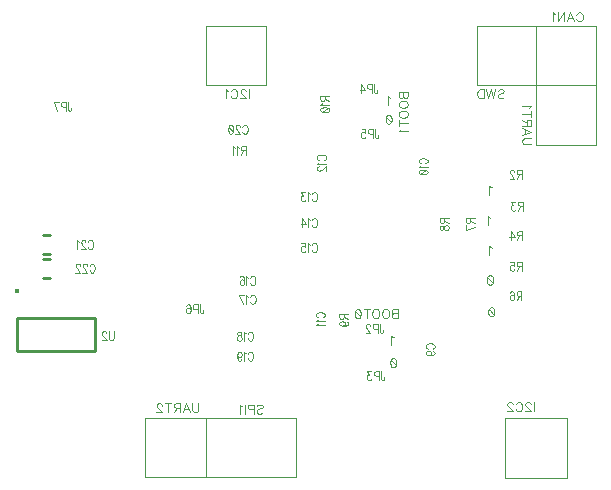
<source format=gbr>
G04 DipTrace 3.2.0.1*
G04 Íèæíÿÿìàðêèðîâêà.gbr*
%MOMM*%
G04 #@! TF.FileFunction,Legend,Bot*
G04 #@! TF.Part,Single*
%ADD10C,0.25*%
%ADD24C,0.05*%
%ADD43O,0.39124X0.39193*%
%ADD91C,0.11765*%
%FSLAX35Y35*%
G04*
G71*
G90*
G75*
G01*
G04 BotSilk*
%LPD*%
X1272080Y3213920D2*
D10*
X1331920D1*
X1272080Y3054080D2*
X1331920D1*
X1272080Y3013920D2*
X1331920D1*
X1272080Y2854080D2*
X1331920D1*
D43*
X1054644Y2740694D3*
X1052004Y2513999D2*
D10*
X1711972D1*
X1052004Y2234001D2*
X1711972D1*
Y2513999D2*
Y2234001D1*
X1052004Y2513999D2*
Y2234001D1*
X2660000Y4990000D2*
D24*
X3160000D1*
Y4490000D1*
X2660000D1*
Y4990000D1*
X4950000D2*
X5450000D1*
Y4490000D1*
X4950000D1*
Y4990000D1*
X5450000Y4490000D2*
X5960000D1*
Y3980000D1*
X5450000D1*
Y4490000D1*
X5190000Y1670000D2*
X5710000D1*
Y1160000D1*
X5190000D1*
Y1670000D1*
X2660000D2*
X3420000D1*
Y1170000D1*
X2660000D1*
Y1670000D1*
X2140000D2*
X2660000D1*
Y1170000D1*
X2140000D1*
Y1670000D1*
X5450000Y4990000D2*
X5960000D1*
Y4490000D1*
X5450000D1*
Y4990000D1*
X4533602Y2255514D2*
D91*
X4526358Y2258412D1*
X4519030Y2264274D1*
X4515408Y2270070D1*
Y2281727D1*
X4519030Y2287589D1*
X4526358Y2293385D1*
X4533602Y2296349D1*
X4544552Y2299247D1*
X4562830D1*
X4573696Y2296349D1*
X4581024Y2293384D1*
X4588268Y2287589D1*
X4591974Y2281727D1*
Y2270069D1*
X4588268Y2264274D1*
X4581024Y2258412D1*
X4573696Y2255514D1*
X4540930Y2198753D2*
X4551880Y2201718D1*
X4559208Y2207513D1*
X4562830Y2216273D1*
Y2219171D1*
X4559208Y2227931D1*
X4551880Y2233726D1*
X4540930Y2236691D1*
X4537308D1*
X4526358Y2233726D1*
X4519114Y2227931D1*
X4515492Y2219171D1*
Y2216273D1*
X4519114Y2207513D1*
X4526358Y2201718D1*
X4540930Y2198753D1*
X4559208D1*
X4577402Y2201718D1*
X4588352Y2207513D1*
X4591974Y2216273D1*
Y2222068D1*
X4588352Y2230828D1*
X4581024Y2233726D1*
X4473602Y3823686D2*
X4466358Y3826584D1*
X4459030Y3832446D1*
X4455408Y3838241D1*
Y3849899D1*
X4459030Y3855761D1*
X4466358Y3861556D1*
X4473602Y3864521D1*
X4484552Y3867419D1*
X4502830D1*
X4513696Y3864521D1*
X4521024Y3861556D1*
X4528268Y3855761D1*
X4531974Y3849899D1*
Y3838241D1*
X4528268Y3832446D1*
X4521024Y3826584D1*
X4513696Y3823686D1*
X4470064Y3804863D2*
X4466358Y3799000D1*
X4455492Y3790240D1*
X4531974D1*
X4455492Y3753897D2*
X4459114Y3762657D1*
X4470064Y3768519D1*
X4488258Y3771417D1*
X4499208D1*
X4517402Y3768519D1*
X4528352Y3762657D1*
X4531974Y3753897D1*
Y3748102D1*
X4528352Y3739342D1*
X4517402Y3733547D1*
X4499208Y3730582D1*
X4488258D1*
X4470064Y3733547D1*
X4459114Y3739342D1*
X4455492Y3748102D1*
Y3753897D1*
X4470064Y3733547D2*
X4517402Y3768519D1*
X3603602Y2520580D2*
X3596358Y2523477D1*
X3589030Y2529340D1*
X3585408Y2535135D1*
Y2546792D1*
X3589030Y2552655D1*
X3596358Y2558450D1*
X3603602Y2561415D1*
X3614552Y2564312D1*
X3632830D1*
X3643696Y2561415D1*
X3651024Y2558450D1*
X3658268Y2552655D1*
X3661974Y2546792D1*
Y2535135D1*
X3658268Y2529340D1*
X3651024Y2523477D1*
X3643696Y2520580D1*
X3600064Y2501756D2*
X3596358Y2495894D1*
X3585492Y2487134D1*
X3661974D1*
X3600064Y2468310D2*
X3596358Y2462448D1*
X3585492Y2453688D1*
X3661974D1*
X3613604Y3853689D2*
X3606360Y3856587D1*
X3599032Y3862449D1*
X3595410Y3868245D1*
Y3879902D1*
X3599032Y3885765D1*
X3606360Y3891560D1*
X3613604Y3894525D1*
X3624554Y3897422D1*
X3642832D1*
X3653697Y3894524D1*
X3661026Y3891560D1*
X3668269Y3885764D1*
X3671976Y3879902D1*
Y3868244D1*
X3668269Y3862449D1*
X3661026Y3856587D1*
X3653698Y3853689D1*
X3610066Y3834866D2*
X3606360Y3829004D1*
X3595494Y3820244D1*
X3671976Y3820243D1*
X3613688Y3798455D2*
X3610066D1*
X3602738Y3795558D1*
X3599116Y3792660D1*
X3595494Y3786798D1*
Y3775140D1*
X3599116Y3769345D1*
X3602738Y3766448D1*
X3610066Y3763483D1*
X3617310D1*
X3624638Y3766448D1*
X3635504Y3772243D1*
X3671976Y3801420D1*
X3671975Y3760585D1*
X3551686Y3562398D2*
X3554584Y3569642D1*
X3560446Y3576970D1*
X3566241Y3580592D1*
X3577899D1*
X3583761Y3576970D1*
X3589556Y3569642D1*
X3592521Y3562398D1*
X3595419Y3551448D1*
Y3533170D1*
X3592521Y3522304D1*
X3589556Y3514976D1*
X3583761Y3507732D1*
X3577899Y3504026D1*
X3566241D1*
X3560446Y3507732D1*
X3554584Y3514976D1*
X3551686Y3522304D1*
X3532862Y3565936D2*
X3527000Y3569642D1*
X3518240Y3580508D1*
Y3504026D1*
X3493554Y3580508D2*
X3461546D1*
X3478999Y3551364D1*
X3470239D1*
X3464444Y3547742D1*
X3461546Y3544120D1*
X3458581Y3533170D1*
Y3525926D1*
X3461546Y3514976D1*
X3467341Y3507648D1*
X3476101Y3504026D1*
X3484861D1*
X3493554Y3507648D1*
X3496452Y3511354D1*
X3499416Y3518598D1*
X3553135Y3342398D2*
X3556032Y3349642D1*
X3561895Y3356970D1*
X3567690Y3360592D1*
X3579347D1*
X3585210Y3356970D1*
X3591005Y3349642D1*
X3593970Y3342398D1*
X3596867Y3331448D1*
Y3313170D1*
X3593970Y3302304D1*
X3591005Y3294976D1*
X3585210Y3287732D1*
X3579347Y3284026D1*
X3567690D1*
X3561895Y3287732D1*
X3556032Y3294976D1*
X3553135Y3302304D1*
X3534311Y3345936D2*
X3528449Y3349642D1*
X3519689Y3360508D1*
Y3284026D1*
X3471688D2*
Y3360508D1*
X3500865Y3309548D1*
X3457133D1*
X3551686Y3132398D2*
X3554584Y3139642D1*
X3560446Y3146970D1*
X3566241Y3150592D1*
X3577899D1*
X3583761Y3146970D1*
X3589556Y3139642D1*
X3592521Y3132398D1*
X3595419Y3121448D1*
Y3103170D1*
X3592521Y3092304D1*
X3589556Y3084976D1*
X3583761Y3077732D1*
X3577899Y3074026D1*
X3566241D1*
X3560446Y3077732D1*
X3554584Y3084976D1*
X3551686Y3092304D1*
X3532862Y3135936D2*
X3527000Y3139642D1*
X3518240Y3150508D1*
Y3074026D1*
X3464444Y3150508D2*
X3493554D1*
X3496452Y3117742D1*
X3493554Y3121364D1*
X3484794Y3125070D1*
X3476101D1*
X3467341Y3121364D1*
X3461479Y3114120D1*
X3458581Y3103170D1*
Y3095926D1*
X3461479Y3084976D1*
X3467341Y3077648D1*
X3476101Y3074026D1*
X3484794D1*
X3493554Y3077648D1*
X3496452Y3081354D1*
X3499416Y3088598D1*
X3030204Y2852398D2*
X3033101Y2859642D1*
X3038964Y2866970D1*
X3044759Y2870592D1*
X3056416D1*
X3062279Y2866970D1*
X3068074Y2859642D1*
X3071039Y2852398D1*
X3073936Y2841448D1*
Y2823170D1*
X3071039Y2812304D1*
X3068074Y2804976D1*
X3062279Y2797732D1*
X3056416Y2794026D1*
X3044759D1*
X3038964Y2797732D1*
X3033101Y2804976D1*
X3030204Y2812304D1*
X3011380Y2855936D2*
X3005518Y2859642D1*
X2996758Y2870508D1*
Y2794026D1*
X2942961Y2859642D2*
X2945859Y2866886D1*
X2954619Y2870508D1*
X2960414D1*
X2969174Y2866886D1*
X2975036Y2855936D1*
X2977934Y2837742D1*
Y2819548D1*
X2975036Y2804976D1*
X2969174Y2797648D1*
X2960414Y2794026D1*
X2957516D1*
X2948824Y2797648D1*
X2942961Y2804976D1*
X2940064Y2815926D1*
Y2819548D1*
X2942961Y2830498D1*
X2948824Y2837742D1*
X2957516Y2841364D1*
X2960414D1*
X2969174Y2837742D1*
X2975036Y2830498D1*
X2977934Y2819548D1*
X3031686Y2692398D2*
X3034584Y2699642D1*
X3040446Y2706970D1*
X3046241Y2710592D1*
X3057899D1*
X3063761Y2706970D1*
X3069556Y2699642D1*
X3072521Y2692398D1*
X3075419Y2681448D1*
Y2663170D1*
X3072521Y2652304D1*
X3069556Y2644976D1*
X3063761Y2637732D1*
X3057899Y2634026D1*
X3046241D1*
X3040446Y2637732D1*
X3034584Y2644976D1*
X3031686Y2652304D1*
X3012862Y2695936D2*
X3007000Y2699642D1*
X2998240Y2710508D1*
Y2634026D1*
X2967759D2*
X2938581Y2710508D1*
X2979416D1*
X3011652Y2382398D2*
X3014550Y2389642D1*
X3020412Y2396970D1*
X3026207Y2400592D1*
X3037865D1*
X3043727Y2396970D1*
X3049522Y2389642D1*
X3052487Y2382398D1*
X3055385Y2371448D1*
Y2353170D1*
X3052487Y2342304D1*
X3049522Y2334976D1*
X3043727Y2327732D1*
X3037865Y2324026D1*
X3026207D1*
X3020412Y2327732D1*
X3014550Y2334976D1*
X3011652Y2342304D1*
X2992829Y2385936D2*
X2986966Y2389642D1*
X2978206Y2400508D1*
Y2324026D1*
X2944828Y2400508D2*
X2953520Y2396886D1*
X2956485Y2389642D1*
Y2382314D1*
X2953520Y2375070D1*
X2947725Y2371364D1*
X2936068Y2367742D1*
X2927308Y2364120D1*
X2921513Y2356792D1*
X2918615Y2349548D1*
Y2338598D1*
X2921513Y2331354D1*
X2924410Y2327648D1*
X2933170Y2324026D1*
X2944828D1*
X2953520Y2327648D1*
X2956485Y2331354D1*
X2959383Y2338598D1*
Y2349548D1*
X2956485Y2356792D1*
X2950623Y2364120D1*
X2941930Y2367742D1*
X2930273Y2371364D1*
X2924410Y2375070D1*
X2921513Y2382314D1*
Y2389642D1*
X2924410Y2396886D1*
X2933170Y2400508D1*
X2944828D1*
X3010237Y2212398D2*
X3013135Y2219642D1*
X3018997Y2226970D1*
X3024792Y2230592D1*
X3036450D1*
X3042312Y2226970D1*
X3048107Y2219642D1*
X3051072Y2212398D1*
X3053970Y2201448D1*
Y2183170D1*
X3051072Y2172304D1*
X3048107Y2164976D1*
X3042312Y2157732D1*
X3036450Y2154026D1*
X3024792D1*
X3018997Y2157732D1*
X3013135Y2164976D1*
X3010237Y2172304D1*
X2991414Y2215936D2*
X2985551Y2219642D1*
X2976791Y2230508D1*
Y2154026D1*
X2920030Y2205070D2*
X2922995Y2194120D1*
X2928790Y2186792D1*
X2937550Y2183170D1*
X2940448D1*
X2949208Y2186792D1*
X2955003Y2194120D1*
X2957968Y2205070D1*
Y2208692D1*
X2955003Y2219642D1*
X2949208Y2226886D1*
X2940448Y2230508D1*
X2937550D1*
X2928790Y2226886D1*
X2922995Y2219642D1*
X2920030Y2205070D1*
Y2186792D1*
X2922995Y2168598D1*
X2928790Y2157648D1*
X2937550Y2154026D1*
X2943345D1*
X2952105Y2157648D1*
X2955003Y2164976D1*
X2964792Y4132398D2*
X2967690Y4139642D1*
X2973552Y4146970D1*
X2979347Y4150592D1*
X2991005D1*
X2996867Y4146970D1*
X3002662Y4139642D1*
X3005627Y4132398D1*
X3008525Y4121448D1*
Y4103170D1*
X3005627Y4092304D1*
X3002662Y4084976D1*
X2996867Y4077732D1*
X2991005Y4074026D1*
X2979347D1*
X2973552Y4077732D1*
X2967690Y4084976D1*
X2964792Y4092304D1*
X2943004Y4132314D2*
Y4135936D1*
X2940106Y4143264D1*
X2937209Y4146886D1*
X2931346Y4150508D1*
X2919689D1*
X2913894Y4146886D1*
X2910996Y4143264D1*
X2908031Y4135936D1*
Y4128692D1*
X2910996Y4121364D1*
X2916791Y4110498D1*
X2945969Y4074026D1*
X2905134D1*
X2868790Y4150508D2*
X2877550Y4146886D1*
X2883413Y4135936D1*
X2886310Y4117742D1*
Y4106792D1*
X2883413Y4088598D1*
X2877550Y4077648D1*
X2868790Y4074026D1*
X2862995D1*
X2854235Y4077648D1*
X2848440Y4088598D1*
X2845475Y4106792D1*
Y4117742D1*
X2848440Y4135936D1*
X2854235Y4146886D1*
X2862995Y4150508D1*
X2868790D1*
X2848440Y4135936D2*
X2883413Y4088598D1*
X1656686Y3157398D2*
X1659584Y3164642D1*
X1665446Y3171970D1*
X1671241Y3175592D1*
X1682899D1*
X1688761Y3171970D1*
X1694556Y3164642D1*
X1697521Y3157398D1*
X1700419Y3146448D1*
Y3128170D1*
X1697521Y3117304D1*
X1694556Y3109976D1*
X1688761Y3102732D1*
X1682899Y3099026D1*
X1671241D1*
X1665446Y3102732D1*
X1659584Y3109976D1*
X1656686Y3117304D1*
X1634898Y3157314D2*
Y3160936D1*
X1632000Y3168264D1*
X1629102Y3171886D1*
X1623240Y3175508D1*
X1611582D1*
X1605787Y3171886D1*
X1602890Y3168264D1*
X1599925Y3160936D1*
Y3153692D1*
X1602890Y3146364D1*
X1608685Y3135498D1*
X1637862Y3099026D1*
X1597027D1*
X1578204Y3160936D2*
X1572341Y3164642D1*
X1563581Y3175508D1*
Y3099026D1*
X1669792Y2957398D2*
X1672690Y2964642D1*
X1678552Y2971970D1*
X1684347Y2975592D1*
X1696005D1*
X1701867Y2971970D1*
X1707662Y2964642D1*
X1710627Y2957398D1*
X1713525Y2946448D1*
Y2928170D1*
X1710627Y2917304D1*
X1707662Y2909976D1*
X1701867Y2902732D1*
X1696005Y2899026D1*
X1684347D1*
X1678552Y2902732D1*
X1672690Y2909976D1*
X1669792Y2917304D1*
X1648004Y2957314D2*
Y2960936D1*
X1645106Y2968264D1*
X1642209Y2971886D1*
X1636346Y2975508D1*
X1624689D1*
X1618894Y2971886D1*
X1615996Y2968264D1*
X1613031Y2960936D1*
Y2953692D1*
X1615996Y2946364D1*
X1621791Y2935498D1*
X1650969Y2899026D1*
X1610134D1*
X1588345Y2957314D2*
Y2960936D1*
X1585448Y2968264D1*
X1582550Y2971886D1*
X1576688Y2975508D1*
X1565030D1*
X1559235Y2971886D1*
X1556338Y2968264D1*
X1553373Y2960936D1*
Y2953692D1*
X1556338Y2946364D1*
X1562133Y2935498D1*
X1591310Y2899026D1*
X1550475D1*
X4127070Y2465592D2*
Y2407304D1*
X4129967Y2396354D1*
X4132932Y2392732D1*
X4138727Y2389026D1*
X4144590D1*
X4150385Y2392732D1*
X4153282Y2396354D1*
X4156247Y2407304D1*
Y2414548D1*
X4108246Y2425498D2*
X4081966D1*
X4073274Y2429120D1*
X4070309Y2432826D1*
X4067411Y2440070D1*
Y2451020D1*
X4070309Y2458264D1*
X4073274Y2461970D1*
X4081966Y2465592D1*
X4108246D1*
Y2389026D1*
X4045623Y2447314D2*
Y2450936D1*
X4042725Y2458264D1*
X4039828Y2461886D1*
X4033965Y2465508D1*
X4022308D1*
X4016513Y2461886D1*
X4013615Y2458264D1*
X4010650Y2450936D1*
Y2443692D1*
X4013615Y2436364D1*
X4019410Y2425498D1*
X4048588Y2389026D1*
X4007753D1*
X4137070Y2065592D2*
Y2007304D1*
X4139967Y1996354D1*
X4142932Y1992732D1*
X4148727Y1989026D1*
X4154590D1*
X4160385Y1992732D1*
X4163282Y1996354D1*
X4166247Y2007304D1*
Y2014548D1*
X4118246Y2025498D2*
X4091966D1*
X4083274Y2029120D1*
X4080309Y2032826D1*
X4077411Y2040070D1*
Y2051020D1*
X4080309Y2058264D1*
X4083274Y2061970D1*
X4091966Y2065592D1*
X4118246D1*
Y1989026D1*
X4052725Y2065508D2*
X4020718D1*
X4038170Y2036364D1*
X4029410D1*
X4023615Y2032742D1*
X4020718Y2029120D1*
X4017753Y2018170D1*
Y2010926D1*
X4020718Y1999976D1*
X4026513Y1992648D1*
X4035273Y1989026D1*
X4044033D1*
X4052725Y1992648D1*
X4055623Y1996354D1*
X4058588Y2003598D1*
X4078519Y4495592D2*
Y4437304D1*
X4081416Y4426354D1*
X4084381Y4422732D1*
X4090176Y4419026D1*
X4096039D1*
X4101834Y4422732D1*
X4104731Y4426354D1*
X4107696Y4437304D1*
Y4444548D1*
X4059695Y4455498D2*
X4033415D1*
X4024722Y4459120D1*
X4021758Y4462826D1*
X4018860Y4470070D1*
Y4481020D1*
X4021758Y4488264D1*
X4024722Y4491970D1*
X4033415Y4495592D1*
X4059695D1*
Y4419026D1*
X3970859D2*
Y4495508D1*
X4000036Y4444548D1*
X3956304D1*
X4087070Y4115592D2*
Y4057304D1*
X4089967Y4046354D1*
X4092932Y4042732D1*
X4098727Y4039026D1*
X4104590D1*
X4110385Y4042732D1*
X4113282Y4046354D1*
X4116247Y4057304D1*
Y4064548D1*
X4068246Y4075498D2*
X4041966D1*
X4033274Y4079120D1*
X4030309Y4082826D1*
X4027411Y4090070D1*
Y4101020D1*
X4030309Y4108264D1*
X4033274Y4111970D1*
X4041966Y4115592D1*
X4068246D1*
Y4039026D1*
X3973615Y4115508D2*
X4002725D1*
X4005623Y4082742D1*
X4002725Y4086364D1*
X3993965Y4090070D1*
X3985273D1*
X3976513Y4086364D1*
X3970650Y4079120D1*
X3967753Y4068170D1*
Y4060926D1*
X3970650Y4049976D1*
X3976513Y4042648D1*
X3985273Y4039026D1*
X3993965D1*
X4002725Y4042648D1*
X4005623Y4046354D1*
X4008588Y4053598D1*
X2603587Y2631592D2*
Y2573304D1*
X2606485Y2562354D1*
X2609450Y2558732D1*
X2615245Y2555026D1*
X2621107D1*
X2626902Y2558732D1*
X2629800Y2562354D1*
X2632765Y2573304D1*
Y2580548D1*
X2584764Y2591498D2*
X2558484D1*
X2549791Y2595120D1*
X2546826Y2598826D1*
X2543929Y2606070D1*
Y2617020D1*
X2546826Y2624264D1*
X2549791Y2627970D1*
X2558484Y2631592D1*
X2584764D1*
Y2555026D1*
X2490133Y2620642D2*
X2493030Y2627886D1*
X2501790Y2631508D1*
X2507585D1*
X2516345Y2627886D1*
X2522208Y2616936D1*
X2525105Y2598742D1*
Y2580548D1*
X2522208Y2565976D1*
X2516345Y2558648D1*
X2507585Y2555026D1*
X2504688D1*
X2495995Y2558648D1*
X2490133Y2565976D1*
X2487235Y2576926D1*
Y2580548D1*
X2490133Y2591498D1*
X2495995Y2598742D1*
X2504688Y2602364D1*
X2507585D1*
X2516345Y2598742D1*
X2522208Y2591498D1*
X2525105Y2580548D1*
X1487070Y4345594D2*
Y4287306D1*
X1489967Y4276356D1*
X1492932Y4272734D1*
X1498727Y4269028D1*
X1504590D1*
X1510385Y4272734D1*
X1513282Y4276356D1*
X1516247Y4287306D1*
Y4294550D1*
X1468246Y4305500D2*
X1441966D1*
X1433274Y4309122D1*
X1430309Y4312828D1*
X1427411Y4320072D1*
Y4331022D1*
X1430309Y4338266D1*
X1433274Y4341972D1*
X1441966Y4345594D1*
X1468246D1*
Y4269028D1*
X1396930D2*
X1367753Y4345509D1*
X1408588D1*
X5327247Y3734120D2*
X5301034D1*
X5292274Y3737826D1*
X5289309Y3741448D1*
X5286412Y3748692D1*
Y3756020D1*
X5289309Y3763264D1*
X5292274Y3766970D1*
X5301034Y3770592D1*
X5327247D1*
Y3694026D1*
X5306829Y3734120D2*
X5286412Y3694026D1*
X5264623Y3752314D2*
Y3755936D1*
X5261726Y3763264D1*
X5258828Y3766886D1*
X5252966Y3770508D1*
X5241308D1*
X5235513Y3766886D1*
X5232616Y3763264D1*
X5229651Y3755936D1*
Y3748692D1*
X5232616Y3741364D1*
X5238411Y3730498D1*
X5267588Y3694026D1*
X5226753D1*
X5337247Y3464120D2*
X5311034D1*
X5302274Y3467826D1*
X5299309Y3471448D1*
X5296412Y3478692D1*
Y3486020D1*
X5299309Y3493264D1*
X5302274Y3496970D1*
X5311034Y3500592D1*
X5337247D1*
Y3424026D1*
X5316829Y3464120D2*
X5296412Y3424026D1*
X5271726Y3500508D2*
X5239718D1*
X5257171Y3471364D1*
X5248411D1*
X5242616Y3467742D1*
X5239718Y3464120D1*
X5236753Y3453170D1*
Y3445926D1*
X5239718Y3434976D1*
X5245513Y3427648D1*
X5254273Y3424026D1*
X5263033D1*
X5271726Y3427648D1*
X5274623Y3431354D1*
X5277588Y3438598D1*
X5328696Y3214120D2*
X5302483D1*
X5293723Y3217826D1*
X5290758Y3221448D1*
X5287861Y3228692D1*
Y3236020D1*
X5290758Y3243264D1*
X5293723Y3246970D1*
X5302483Y3250592D1*
X5328696D1*
Y3174026D1*
X5308278Y3214120D2*
X5287861Y3174026D1*
X5239859D2*
Y3250508D1*
X5269037Y3199548D1*
X5225304D1*
X5327247Y2954120D2*
X5301034D1*
X5292274Y2957826D1*
X5289309Y2961448D1*
X5286412Y2968692D1*
Y2976020D1*
X5289309Y2983264D1*
X5292274Y2986970D1*
X5301034Y2990592D1*
X5327247D1*
Y2914026D1*
X5306829Y2954120D2*
X5286412Y2914026D1*
X5232616Y2990508D2*
X5261726D1*
X5264623Y2957742D1*
X5261726Y2961364D1*
X5252966Y2965070D1*
X5244273D1*
X5235513Y2961364D1*
X5229651Y2954120D1*
X5226753Y2943170D1*
Y2935926D1*
X5229651Y2924976D1*
X5235513Y2917648D1*
X5244273Y2914026D1*
X5252966D1*
X5261726Y2917648D1*
X5264623Y2921354D1*
X5267588Y2928598D1*
X5325764Y2704120D2*
X5299552D1*
X5290792Y2707826D1*
X5287827Y2711448D1*
X5284929Y2718692D1*
Y2726020D1*
X5287827Y2733264D1*
X5290792Y2736970D1*
X5299552Y2740592D1*
X5325764D1*
Y2664026D1*
X5305347Y2704120D2*
X5284929Y2664026D1*
X5231133Y2729642D2*
X5234031Y2736886D1*
X5242791Y2740508D1*
X5248586D1*
X5257346Y2736886D1*
X5263208Y2725936D1*
X5266106Y2707742D1*
Y2689548D1*
X5263208Y2674976D1*
X5257346Y2667648D1*
X5248586Y2664026D1*
X5245688D1*
X5236996Y2667648D1*
X5231133Y2674976D1*
X5228236Y2685926D1*
Y2689548D1*
X5231133Y2700498D1*
X5236996Y2707742D1*
X5245688Y2711364D1*
X5248586D1*
X5257346Y2707742D1*
X5263208Y2700498D1*
X5266106Y2689548D1*
X4891880Y3359247D2*
Y3333034D1*
X4888174Y3324274D1*
X4884552Y3321310D1*
X4877308Y3318412D1*
X4869980D1*
X4862736Y3321310D1*
X4859030Y3324274D1*
X4855408Y3333034D1*
Y3359247D1*
X4931974D1*
X4891880Y3338829D2*
X4931974Y3318412D1*
Y3287931D2*
X4855492Y3258753D1*
Y3299589D1*
X4671880Y3359213D2*
Y3333001D1*
X4668174Y3324241D1*
X4664552Y3321276D1*
X4657308Y3318378D1*
X4649980D1*
X4642736Y3321276D1*
X4639030Y3324241D1*
X4635408Y3333001D1*
Y3359213D1*
X4711974D1*
X4671880Y3338796D2*
X4711974Y3318378D1*
X4635492Y3285000D2*
X4639114Y3293692D1*
X4646358Y3296657D1*
X4653686D1*
X4660930Y3293692D1*
X4664636Y3287897D1*
X4668258Y3276240D1*
X4671880Y3267480D1*
X4679208Y3261685D1*
X4686452Y3258787D1*
X4697402D1*
X4704646Y3261685D1*
X4708352Y3264582D1*
X4711974Y3273342D1*
Y3285000D1*
X4708352Y3293692D1*
X4704646Y3296657D1*
X4697402Y3299555D1*
X4686452D1*
X4679208Y3296657D1*
X4671880Y3290795D1*
X4668258Y3282102D1*
X4664636Y3270445D1*
X4660930Y3264582D1*
X4653686Y3261685D1*
X4646358D1*
X4639114Y3264582D1*
X4635492Y3273342D1*
Y3285000D1*
X3821880Y2547798D2*
Y2521586D1*
X3818174Y2512826D1*
X3814552Y2509861D1*
X3807308Y2506963D1*
X3799980D1*
X3792736Y2509861D1*
X3789030Y2512826D1*
X3785408Y2521586D1*
Y2547798D1*
X3861974D1*
X3821880Y2527381D2*
X3861974Y2506963D1*
X3810930Y2450202D2*
X3821880Y2453167D1*
X3829208Y2458962D1*
X3832830Y2467722D1*
Y2470620D1*
X3829208Y2479380D1*
X3821880Y2485175D1*
X3810930Y2488140D1*
X3807308D1*
X3796358Y2485175D1*
X3789114Y2479380D1*
X3785492Y2470620D1*
Y2467722D1*
X3789114Y2458962D1*
X3796358Y2453167D1*
X3810930Y2450202D1*
X3829208D1*
X3847402Y2453167D1*
X3858352Y2458962D1*
X3861974Y2467722D1*
Y2473517D1*
X3858352Y2482277D1*
X3851024Y2485175D1*
X3659880Y4391970D2*
Y4365757D1*
X3656174Y4356997D1*
X3652552Y4354032D1*
X3645308Y4351135D1*
X3637980D1*
X3630736Y4354032D1*
X3627030Y4356997D1*
X3623408Y4365757D1*
Y4391970D1*
X3699974D1*
X3659880Y4371552D2*
X3699974Y4351135D1*
X3638064Y4332311D2*
X3634358Y4326449D1*
X3623492Y4317689D1*
X3699974D1*
X3623492Y4281346D2*
X3627114Y4290106D1*
X3638064Y4295968D1*
X3656258Y4298865D1*
X3667208D1*
X3685402Y4295968D1*
X3696352Y4290105D1*
X3699974Y4281345D1*
Y4275550D1*
X3696352Y4266790D1*
X3685402Y4260995D1*
X3667208Y4258030D1*
X3656258D1*
X3638064Y4260995D1*
X3627114Y4266790D1*
X3623492Y4275550D1*
Y4281346D1*
X3638064Y4260995D2*
X3685402Y4295968D1*
X2990864Y3934120D2*
X2964651D1*
X2955891Y3937826D1*
X2952926Y3941448D1*
X2950028Y3948692D1*
Y3956020D1*
X2952926Y3963264D1*
X2955891Y3966970D1*
X2964651Y3970592D1*
X2990864D1*
Y3894026D1*
X2970446Y3934120D2*
X2950028Y3894026D1*
X2931205Y3955936D2*
X2925342Y3959642D1*
X2916582Y3970508D1*
Y3894026D1*
X2897759Y3955936D2*
X2891896Y3959642D1*
X2883136Y3970508D1*
Y3894026D1*
X1873774Y2403092D2*
Y2348426D1*
X1870876Y2337476D1*
X1865014Y2330232D1*
X1856254Y2326526D1*
X1850458D1*
X1841698Y2330232D1*
X1835836Y2337476D1*
X1832938Y2348426D1*
Y2403092D1*
X1811150Y2384814D2*
Y2388436D1*
X1808252Y2395764D1*
X1805355Y2399386D1*
X1799492Y2403008D1*
X1787835D1*
X1782040Y2399386D1*
X1779142Y2395764D1*
X1776177Y2388436D1*
Y2381192D1*
X1779142Y2373864D1*
X1784937Y2362998D1*
X1814115Y2326526D1*
X1773280D1*
X5125516Y4441005D2*
X5132759Y4448333D1*
X5143709Y4451955D1*
X5158281D1*
X5169231Y4448333D1*
X5176559Y4441005D1*
Y4433761D1*
X5172853Y4426433D1*
X5169231Y4422811D1*
X5161987Y4419189D1*
X5140087Y4411861D1*
X5132759Y4408239D1*
X5129137Y4404533D1*
X5125516Y4397289D1*
Y4386339D1*
X5132759Y4379095D1*
X5143709Y4375389D1*
X5158281D1*
X5169231Y4379095D1*
X5176559Y4386339D1*
X5101986Y4451955D2*
X5083708Y4375389D1*
X5065514Y4451955D1*
X5047320Y4375389D1*
X5029042Y4451955D1*
X5005513D2*
Y4375389D1*
X4979991D1*
X4969041Y4379095D1*
X4961713Y4386339D1*
X4958091Y4393667D1*
X4954469Y4404533D1*
Y4422811D1*
X4958091Y4433761D1*
X4961713Y4441005D1*
X4969041Y4448333D1*
X4979991Y4451955D1*
X5005513D1*
X3019045D2*
Y4375389D1*
X2991809Y4433677D2*
Y4437299D1*
X2988187Y4444627D1*
X2984566Y4448249D1*
X2977237Y4451871D1*
X2962666D1*
X2955422Y4448249D1*
X2951800Y4444627D1*
X2948094Y4437299D1*
Y4430055D1*
X2951800Y4422727D1*
X2959044Y4411861D1*
X2995516Y4375389D1*
X2944472D1*
X2866277Y4433761D2*
X2869898Y4441005D1*
X2877227Y4448333D1*
X2884470Y4451955D1*
X2899042D1*
X2906370Y4448333D1*
X2913614Y4441005D1*
X2917320Y4433761D1*
X2920942Y4422811D1*
Y4404533D1*
X2917320Y4393667D1*
X2913614Y4386339D1*
X2906370Y4379095D1*
X2899042Y4375389D1*
X2884470D1*
X2877227Y4379095D1*
X2869898Y4386339D1*
X2866277Y4393667D1*
X2842747Y4437299D2*
X2835419Y4441005D1*
X2824469Y4451871D1*
Y4375389D1*
X5792751Y5083761D2*
X5796373Y5091005D1*
X5803701Y5098333D1*
X5810945Y5101955D1*
X5825517D1*
X5832845Y5098333D1*
X5840089Y5091005D1*
X5843795Y5083761D1*
X5847417Y5072811D1*
Y5054533D1*
X5843795Y5043667D1*
X5840089Y5036339D1*
X5832845Y5029095D1*
X5825517Y5025389D1*
X5810945D1*
X5803701Y5029095D1*
X5796373Y5036339D1*
X5792751Y5043667D1*
X5710850Y5025389D2*
X5740078Y5101955D1*
X5769222Y5025389D1*
X5758272Y5050911D2*
X5721800D1*
X5636277Y5101955D2*
Y5025389D1*
X5687320Y5101955D1*
Y5025389D1*
X5612747Y5087299D2*
X5605419Y5091005D1*
X5594469Y5101871D1*
Y5025389D1*
X5409292Y3987132D2*
X5354626D1*
X5343676Y3990754D1*
X5336432Y3998082D1*
X5332726Y4009032D1*
Y4016276D1*
X5336432Y4027226D1*
X5343676Y4034554D1*
X5354626Y4038176D1*
X5409292D1*
X5332726Y4120077D2*
X5409291Y4090849D1*
X5332726Y4061705D1*
X5358248Y4072655D2*
Y4109127D1*
X5372820Y4143606D2*
Y4176372D1*
X5376526Y4187322D1*
X5380148Y4191028D1*
X5387391Y4194650D1*
X5394720D1*
X5401963Y4191028D1*
X5405670Y4187322D1*
X5409291Y4176372D1*
Y4143606D1*
X5332726D1*
X5372820Y4169128D2*
X5332726Y4194650D1*
X5409291Y4243701D2*
X5332726Y4243702D1*
X5409291Y4218179D2*
X5409292Y4269223D1*
X5394635Y4292753D2*
X5398342Y4300081D1*
X5409207Y4311031D1*
X5332726D1*
X5431811Y1801955D2*
Y1725389D1*
X5404575Y1783677D2*
Y1787299D1*
X5400953Y1794627D1*
X5397331Y1798249D1*
X5390003Y1801871D1*
X5375431D1*
X5368187Y1798249D1*
X5364566Y1794627D1*
X5360859Y1787299D1*
Y1780055D1*
X5364566Y1772727D1*
X5371809Y1761861D1*
X5408281Y1725389D1*
X5357237D1*
X5279042Y1783761D2*
X5282664Y1791005D1*
X5289992Y1798333D1*
X5297236Y1801955D1*
X5311808D1*
X5319136Y1798333D1*
X5326380Y1791005D1*
X5330086Y1783761D1*
X5333708Y1772811D1*
Y1754533D1*
X5330086Y1743667D1*
X5326380Y1736339D1*
X5319136Y1729095D1*
X5311808Y1725389D1*
X5297236D1*
X5289992Y1729095D1*
X5282664Y1736339D1*
X5279042Y1743667D1*
X5251807Y1783677D2*
Y1787299D1*
X5248185Y1794627D1*
X5244563Y1798249D1*
X5237235Y1801871D1*
X5222663D1*
X5215419Y1798249D1*
X5211797Y1794627D1*
X5208091Y1787299D1*
Y1780055D1*
X5211797Y1772727D1*
X5219041Y1761861D1*
X5255513Y1725389D1*
X5204469D1*
X3084379Y1771005D2*
X3091623Y1778333D1*
X3102573Y1781955D1*
X3117145D1*
X3128095Y1778333D1*
X3135423Y1771005D1*
Y1763761D1*
X3131717Y1756433D1*
X3128095Y1752811D1*
X3120851Y1749189D1*
X3098951Y1741861D1*
X3091623Y1738239D1*
X3088001Y1734533D1*
X3084379Y1727289D1*
Y1716339D1*
X3091623Y1709095D1*
X3102573Y1705389D1*
X3117145D1*
X3128095Y1709095D1*
X3135423Y1716339D1*
X3060850Y1741861D2*
X3028000D1*
X3017134Y1745483D1*
X3013428Y1749189D1*
X3009806Y1756433D1*
Y1767383D1*
X3013428Y1774627D1*
X3017134Y1778333D1*
X3028000Y1781955D1*
X3060850D1*
Y1705389D1*
X2986277Y1781955D2*
Y1705389D1*
X2962747Y1767299D2*
X2955419Y1771005D1*
X2944469Y1781871D1*
Y1705389D1*
X2591134Y1791955D2*
Y1737289D1*
X2587512Y1726339D1*
X2580184Y1719095D1*
X2569234Y1715389D1*
X2561990D1*
X2551040Y1719095D1*
X2543712Y1726339D1*
X2540090Y1737289D1*
Y1791955D1*
X2458189Y1715389D2*
X2487417Y1791955D1*
X2516561Y1715389D1*
X2505611Y1740911D2*
X2469139D1*
X2434659Y1755483D2*
X2401894D1*
X2390944Y1759189D1*
X2387237Y1762811D1*
X2383616Y1770055D1*
Y1777383D1*
X2387237Y1784627D1*
X2390944Y1788333D1*
X2401894Y1791955D1*
X2434659D1*
Y1715389D1*
X2409137Y1755483D2*
X2383616Y1715389D1*
X2334564Y1791955D2*
Y1715389D1*
X2360086Y1791955D2*
X2309042D1*
X2281807Y1773677D2*
Y1777299D1*
X2278185Y1784627D1*
X2274563Y1788249D1*
X2267235Y1791871D1*
X2252663D1*
X2245419Y1788249D1*
X2241797Y1784627D1*
X2238091Y1777299D1*
Y1770055D1*
X2241797Y1762727D1*
X2249041Y1751861D1*
X2285513Y1715389D1*
X2234469D1*
X5064706Y2874964D2*
X5075656Y2871342D1*
X5082984Y2860392D1*
X5086606Y2842198D1*
Y2831248D1*
X5082984Y2813054D1*
X5075656Y2802104D1*
X5064706Y2798483D1*
X5057462D1*
X5046512Y2802104D1*
X5039269Y2813054D1*
X5035562Y2831248D1*
Y2842198D1*
X5039269Y2860392D1*
X5046512Y2871342D1*
X5057462Y2874964D1*
X5064706D1*
X5039269Y2860392D2*
X5082984Y2813054D1*
X4213840Y4380392D2*
X4206512Y4384098D1*
X4195562Y4394964D1*
Y4318483D1*
X5073840Y3110392D2*
X5066512Y3114098D1*
X5055562Y3124964D1*
Y3048483D1*
X4243840Y2350392D2*
X4236512Y2354098D1*
X4225562Y2364964D1*
Y2288483D1*
X4279694Y2590552D2*
Y2513986D1*
X4246844D1*
X4235894Y2517692D1*
X4232272Y2521314D1*
X4228650Y2528558D1*
Y2539508D1*
X4232272Y2546836D1*
X4235894Y2550458D1*
X4246844Y2554080D1*
X4235894Y2557786D1*
X4232272Y2561408D1*
X4228650Y2568652D1*
Y2575980D1*
X4232272Y2583224D1*
X4235894Y2586930D1*
X4246844Y2590552D1*
X4279694D1*
Y2554080D2*
X4246844D1*
X4183220Y2590552D2*
X4190548Y2586930D1*
X4197792Y2579602D1*
X4201498Y2572358D1*
X4205120Y2561408D1*
Y2543130D1*
X4201498Y2532264D1*
X4197792Y2524936D1*
X4190548Y2517692D1*
X4183220Y2513986D1*
X4168648D1*
X4161405Y2517692D1*
X4154076Y2524936D1*
X4150455Y2532264D1*
X4146833Y2543130D1*
Y2561408D1*
X4150455Y2572358D1*
X4154076Y2579602D1*
X4161405Y2586930D1*
X4168648Y2590552D1*
X4183220D1*
X4101403D2*
X4108731Y2586930D1*
X4115975Y2579602D1*
X4119681Y2572358D1*
X4123303Y2561408D1*
Y2543130D1*
X4119681Y2532264D1*
X4115975Y2524936D1*
X4108731Y2517692D1*
X4101403Y2513986D1*
X4086831D1*
X4079587Y2517692D1*
X4072259Y2524936D1*
X4068637Y2532264D1*
X4065016Y2543130D1*
Y2561408D1*
X4068637Y2572358D1*
X4072259Y2579602D1*
X4079587Y2586930D1*
X4086831Y2590552D1*
X4101403D1*
X4015964D2*
Y2513986D1*
X4041486Y2590552D2*
X3990442D1*
X3945013Y2590467D2*
X3955963Y2586845D1*
X3963291Y2575895D1*
X3966913Y2557702D1*
Y2546752D1*
X3963291Y2528558D1*
X3955963Y2517608D1*
X3945013Y2513986D1*
X3937769D1*
X3926819Y2517608D1*
X3919575Y2528558D1*
X3915869Y2546752D1*
Y2557702D1*
X3919575Y2575895D1*
X3926819Y2586845D1*
X3937769Y2590467D1*
X3945013D1*
X3919575Y2575895D2*
X3963291Y2528558D1*
X4289138Y4426781D2*
X4365704D1*
Y4393931D1*
X4361998Y4382981D1*
X4358376Y4379359D1*
X4351132Y4375737D1*
X4340182D1*
X4332854Y4379359D1*
X4329232Y4382981D1*
X4325610Y4393931D1*
X4321904Y4382981D1*
X4318282Y4379359D1*
X4311038Y4375737D1*
X4303710D1*
X4296467Y4379359D1*
X4292760Y4382981D1*
X4289138Y4393931D1*
Y4426781D1*
X4325610D2*
Y4393931D1*
X4289139Y4330308D2*
X4292760Y4337636D1*
X4300088Y4344880D1*
X4307332Y4348586D1*
X4318282Y4352208D1*
X4336560D1*
X4347426Y4348586D1*
X4354754Y4344880D1*
X4361998Y4337636D1*
X4365704Y4330308D1*
Y4315736D1*
X4361998Y4308492D1*
X4354754Y4301164D1*
X4347426Y4297542D1*
X4336560Y4293920D1*
X4318282D1*
X4307332Y4297542D1*
X4300089Y4301164D1*
X4292760Y4308492D1*
X4289139Y4315736D1*
Y4330308D1*
Y4248491D2*
X4292760Y4255819D1*
X4300089Y4263063D1*
X4307332Y4266769D1*
X4318282Y4270391D1*
X4336560D1*
X4347426Y4266769D1*
X4354754Y4263063D1*
X4361998Y4255819D1*
X4365704Y4248491D1*
Y4233919D1*
X4361998Y4226675D1*
X4354754Y4219347D1*
X4347426Y4215725D1*
X4336560Y4212103D1*
X4318282D1*
X4307332Y4215725D1*
X4300089Y4219347D1*
X4292760Y4226675D1*
X4289139Y4233919D1*
Y4248491D1*
Y4163052D2*
X4365704D1*
X4289139Y4188574D2*
X4289138Y4137530D1*
X4303795Y4114001D2*
X4300088Y4106673D1*
X4289223Y4095723D1*
X4365704D1*
X4244706Y2174964D2*
X4255656Y2171342D1*
X4262984Y2160392D1*
X4266606Y2142198D1*
Y2131248D1*
X4262984Y2113054D1*
X4255656Y2102104D1*
X4244706Y2098483D1*
X4237462D1*
X4226512Y2102104D1*
X4219269Y2113054D1*
X4215562Y2131248D1*
Y2142198D1*
X4219269Y2160392D1*
X4226512Y2171342D1*
X4237462Y2174964D1*
X4244706D1*
X4219269Y2160392D2*
X4262984Y2113054D1*
X4207026Y4234964D2*
X4217976Y4231342D1*
X4225304Y4220392D1*
X4228926Y4202198D1*
Y4191248D1*
X4225304Y4173054D1*
X4217976Y4162104D1*
X4207026Y4158483D1*
X4199782D1*
X4188832Y4162104D1*
X4181589Y4173054D1*
X4177882Y4191248D1*
Y4202198D1*
X4181589Y4220392D1*
X4188832Y4231342D1*
X4199782Y4234964D1*
X4207026D1*
X4181589Y4220392D2*
X4225304Y4173054D1*
X5073840Y3620392D2*
X5066512Y3624098D1*
X5055562Y3634964D1*
Y3558483D1*
X5063840Y3360392D2*
X5056512Y3364098D1*
X5045562Y3374964D1*
Y3298483D1*
X5074706Y2604964D2*
X5085656Y2601342D1*
X5092984Y2590392D1*
X5096606Y2572198D1*
Y2561248D1*
X5092984Y2543054D1*
X5085656Y2532104D1*
X5074706Y2528483D1*
X5067462D1*
X5056512Y2532104D1*
X5049269Y2543054D1*
X5045562Y2561248D1*
Y2572198D1*
X5049269Y2590392D1*
X5056512Y2601342D1*
X5067462Y2604964D1*
X5074706D1*
X5049269Y2590392D2*
X5092984Y2543054D1*
M02*

</source>
